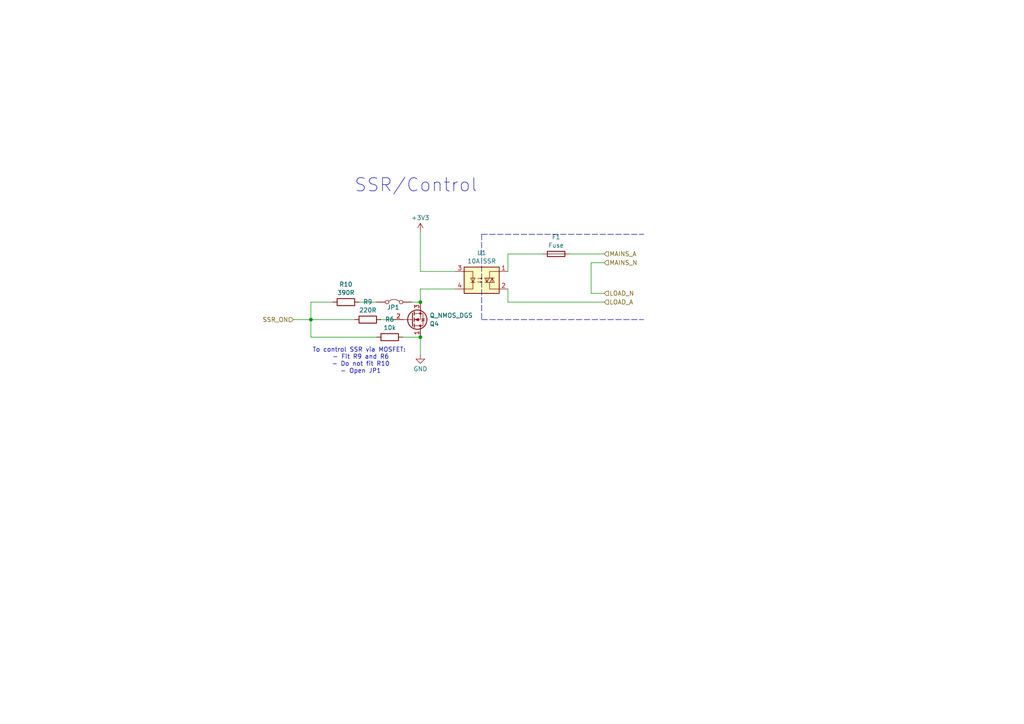
<source format=kicad_sch>
(kicad_sch (version 20231120) (generator "eeschema") (generator_version "8.0")
  (paper "A4")
  (lib_symbols
    (symbol "Device:Fuse" (pin_numbers hide) (pin_names (offset 0))
      (property "Reference" "F" (at 2.032 0 90))
      (property "Value" "Fuse" (at -1.905 0 90))
      (symbol "Fuse_0_1"
        (rectangle (start -0.762 -2.54) (end 0.762 2.54) (stroke (width 0.254)))
        (polyline (pts (xy 0 2.54) (xy 0 -2.54)))
      )
      (symbol "Fuse_1_1"
        (pin passive line (at 0 3.81 270) (length 1.27) (name "~") (number "1"))
        (pin passive line (at 0 -3.81 90) (length 1.27) (name "~") (number "2"))
      )
    )
    (symbol "Device:Q_NMOS_DGS" (pin_names (offset 0) hide)
      (property "Reference" "Q" (at 5.08 1.27 0))
      (property "Value" "Q_NMOS_DGS" (at 5.08 -1.27 0))
      (symbol "Q_NMOS_DGS_0_1"
        (polyline (pts (xy 0.254 0) (xy -2.54 0)))
        (polyline (pts (xy 0.254 1.905) (xy 0.254 -1.905)) (stroke (width 0.254)))
        (polyline (pts (xy 0.762 -1.27) (xy 0.762 -2.286)) (stroke (width 0.254)))
        (polyline (pts (xy 0.762 0.508) (xy 0.762 -0.508)) (stroke (width 0.254)))
        (polyline (pts (xy 0.762 2.286) (xy 0.762 1.27)) (stroke (width 0.254)))
        (polyline (pts (xy 2.54 2.54) (xy 2.54 1.778)))
        (polyline (pts (xy 2.54 -2.54) (xy 2.54 0) (xy 0.762 0)))
        (polyline (pts (xy 0.762 -1.778) (xy 3.302 -1.778) (xy 3.302 1.778) (xy 0.762 1.778)))
        (polyline (pts (xy 1.016 0) (xy 2.032 0.381) (xy 2.032 -0.381) (xy 1.016 0)) (fill (type outline)))
        (polyline (pts (xy 2.794 0.508) (xy 2.921 0.381) (xy 3.683 0.381) (xy 3.81 0.254)))
        (polyline (pts (xy 3.302 0.381) (xy 2.921 -0.254) (xy 3.683 -0.254) (xy 3.302 0.381)))
        (circle (center 1.651 0) (radius 2.794) (stroke (width 0.254)))
        (circle (center 2.54 -1.778) (radius 0.254) (fill (type outline)))
        (circle (center 2.54 1.778) (radius 0.254) (fill (type outline)))
      )
      (symbol "Q_NMOS_DGS_1_1"
        (pin passive line (at 2.54 5.08 270) (length 2.54) (name "D") (number "1"))
        (pin input line (at -5.08 0 0) (length 2.54) (name "G") (number "2"))
        (pin passive line (at 2.54 -5.08 90) (length 2.54) (name "S") (number "3"))
      )
    )
    (symbol "Device:R" (pin_numbers hide) (pin_names (offset 0))
      (property "Reference" "R" (at 2.032 0 90))
      (property "Value" "R" (at 0 0 90))
      (symbol "R_0_1"
        (rectangle (start -1.016 -2.54) (end 1.016 2.54) (stroke (width 0.254)))
      )
      (symbol "R_1_1"
        (pin passive line (at 0 3.81 270) (length 1.27) (name "~") (number "1"))
        (pin passive line (at 0 -3.81 90) (length 1.27) (name "~") (number "2"))
      )
    )
    (symbol "Jumper:Jumper_2_Bridged" (pin_numbers hide) (pin_names (offset 0) hide) (exclude_from_sim yes)
      (property "Reference" "JP" (at 0 1.905 0))
      (property "Value" "Jumper_2_Bridged" (at 0 -2.54 0))
      (symbol "Jumper_2_Bridged_0_0"
        (circle (center -2.032 0) (radius 0.508))
        (circle (center 2.032 0) (radius 0.508))
      )
      (symbol "Jumper_2_Bridged_0_1"
        (arc (start 1.524 0.254) (mid 0 0.762) (end -1.524 0.254))
      )
      (symbol "Jumper_2_Bridged_1_1"
        (pin passive line (at -5.08 0 0) (length 2.54) (name "A") (number "1"))
        (pin passive line (at 5.08 0 180) (length 2.54) (name "B") (number "2"))
      )
    )
    (symbol "Relay_SolidState:S202S01"
      (property "Reference" "U" (at -5.08 5.08 0))
      (property "Value" "S202S01" (at 0 5.08 0))
      (symbol "S202S01_0_1"
        (rectangle (start -5.08 3.81) (end 5.08 -3.81) (stroke (width 0.254)) (fill (type background)))
        (polyline (pts (xy -3.175 -0.635) (xy -1.905 -0.635)))
        (polyline (pts (xy 1.524 -0.635) (xy 1.524 0.635)))
        (polyline (pts (xy 3.048 0.635) (xy 3.048 -0.635)))
        (polyline (pts (xy 2.286 -0.635) (xy 2.286 -2.54) (xy 5.08 -2.54)))
        (polyline (pts (xy 2.286 0.635) (xy 2.286 2.54) (xy 5.08 2.54)))
        (polyline (pts (xy -5.08 2.54) (xy -2.54 2.54) (xy -2.54 -2.54) (xy -5.08 -2.54)))
        (polyline (pts (xy -2.54 -0.635) (xy -3.175 0.635) (xy -1.905 0.635) (xy -2.54 -0.635)))
        (polyline (pts (xy 0.889 -0.635) (xy 3.683 -0.635) (xy 3.048 0.635) (xy 2.413 -0.635)))
        (polyline (pts (xy 3.683 0.635) (xy 0.889 0.635) (xy 1.524 -0.635) (xy 2.159 0.635)))
        (polyline (pts (xy -1.143 -0.508) (xy 0.127 -0.508) (xy -0.254 -0.635) (xy -0.254 -0.381) (xy 0.127 -0.508)))
        (polyline (pts (xy -1.143 0.508) (xy 0.127 0.508) (xy -0.254 0.381) (xy -0.254 0.635) (xy 0.127 0.508)))
      )
      (symbol "S202S01_1_1"
        (pin passive line (at 7.62 2.54 180) (length 2.54) (name "~") (number "1"))
        (pin passive line (at 7.62 -2.54 180) (length 2.54) (name "~") (number "2"))
        (pin passive line (at -7.62 2.54 0) (length 2.54) (name "~") (number "3"))
        (pin passive line (at -7.62 -2.54 0) (length 2.54) (name "~") (number "4"))
      )
    )
    (symbol "power:+3V3" (power) (pin_numbers hide) (pin_names (offset 0) hide)
      (property "Value" "+3V3" (at 0 3.556 0))
      (symbol "+3V3_0_1"
        (polyline (pts (xy -0.762 1.27) (xy 0 2.54)))
        (polyline (pts (xy 0 0) (xy 0 2.54)))
        (polyline (pts (xy 0 2.54) (xy 0.762 1.27)))
      )
      (symbol "+3V3_1_1"
        (pin power_in line (at 0 0 90) (length 0) (name "~") (number "1"))
      )
    )
    (symbol "power:GND" (power) (pin_numbers hide) (pin_names (offset 0) hide)
      (property "Value" "GND" (at 0 -3.81 0))
      (symbol "GND_0_1"
        (polyline (pts (xy 0 0) (xy 0 -1.27) (xy 1.27 -1.27) (xy 0 -2.54) (xy -1.27 -1.27) (xy 0 -1.27)))
      )
      (symbol "GND_1_1"
        (pin power_in line (at 0 0 270) (length 0) (name "~") (number "1"))
      )
    )
  )
  (junction (at 90.17 92.71))
  (junction (at 121.92 87.63))
  (junction (at 121.92 97.79))
  (wire (pts (xy 121.92 83.82) (xy 121.92 87.63)))
  (wire (pts (xy 171.45 85.09) (xy 171.45 76.2)))
  (wire (pts (xy 90.17 92.71) (xy 90.17 97.79)))
  (wire (pts (xy 147.32 87.63) (xy 175.26 87.63)))
  (wire (pts (xy 90.17 87.63) (xy 90.17 92.71)))
  (wire (pts (xy 90.17 87.63) (xy 96.52 87.63)))
  (wire (pts (xy 104.14 87.63) (xy 109.22 87.63)))
  (wire (pts (xy 121.92 95.25) (xy 121.92 97.79)))
  (wire (pts (xy 147.32 87.63) (xy 147.32 83.82)))
  (wire (pts (xy 90.17 92.71) (xy 102.87 92.71)))
  (polyline (pts (xy 139.7 92.71) (xy 186.69 92.71)) (stroke (width 0) (type dash)))
  (wire (pts (xy 121.92 67.31) (xy 121.92 78.74)))
  (polyline (pts (xy 139.7 67.945) (xy 139.7 92.71)) (stroke (width 0) (type dash)))
  (wire (pts (xy 175.26 85.09) (xy 171.45 85.09)))
  (wire (pts (xy 121.92 83.82) (xy 132.08 83.82)))
  (wire (pts (xy 147.32 73.66) (xy 147.32 78.74)))
  (wire (pts (xy 110.49 92.71) (xy 114.3 92.71)))
  (wire (pts (xy 90.17 97.79) (xy 109.22 97.79)))
  (wire (pts (xy 121.92 78.74) (xy 132.08 78.74)))
  (wire (pts (xy 175.26 73.66) (xy 165.1 73.66)))
  (polyline (pts (xy 139.7 67.945) (xy 186.69 67.945)) (stroke (width 0) (type dash)))
  (wire (pts (xy 116.84 97.79) (xy 121.92 97.79)))
  (wire (pts (xy 85.09 92.71) (xy 90.17 92.71)))
  (wire (pts (xy 121.92 97.79) (xy 121.92 102.87)))
  (wire (pts (xy 119.38 87.63) (xy 121.92 87.63)))
  (wire (pts (xy 157.48 73.66) (xy 147.32 73.66)))
  (wire (pts (xy 171.45 76.2) (xy 175.26 76.2)))
  (text "SSR/Control" (at 120.65 53.848 0) (effects (font (size 3.81 3.81))))
  (text "To control SSR via MOSFET:\n - Fit R9 and R6\n - Do not fit R10\n - Open JP1" (at 104.14 104.648 0) (effects (font (size 1.27 1.27))))
  (hierarchical_label "LOAD_A" (shape input) (at 175.26 87.63 0))
  (hierarchical_label "LOAD_N" (shape input) (at 175.26 85.09 0))
  (hierarchical_label "SSR_ON" (shape input) (at 85.09 92.71 180))
  (hierarchical_label "MAINS_N" (shape input) (at 175.26 76.2 0))
  (hierarchical_label "MAINS_A" (shape input) (at 175.26 73.66 0))
  (symbol (lib_id "Device:Q_NMOS_DGS") (at 119.38 92.71 0) (mirror x) (unit 1)
    (property "Reference" "Q4" (at 124.587 93.9222 0) (effects (justify left)))
    (property "Value" "Q_NMOS_DGS" (at 124.587 91.4979 0) (effects (justify left)))
    (property "Description" "N-MOSFET transistor, drain/gate/source" (effects (hide yes)))
    (instances (project "board-burner" (path "" (reference "Q4") (unit 1)) (path "" (reference "Q5") (unit 1)) (path "" (reference "Q6") (unit 1))))
  )
  (symbol (lib_id "Device:R") (at 106.68 92.71 90) (unit 1)
    (property "Reference" "R9" (at 106.68 87.5495 90))
    (property "Value" "220R" (at 106.68 89.9738 90))
    (property "Description" "Resistor" (effects (hide yes)))
    (instances (project "board-burner" (path "" (reference "R9") (unit 1)) (path "" (reference "R8") (unit 1)) (path "" (reference "R13") (unit 1))))
  )
  (symbol (lib_id "Device:R") (at 100.33 87.63 90) (unit 1)
    (property "Reference" "R10" (at 100.33 82.4695 90))
    (property "Value" "390R" (at 100.33 84.8938 90))
    (property "Description" "Resistor" (effects (hide yes)))
    (instances (project "board-burner" (path "" (reference "R10") (unit 1)) (path "" (reference "R7") (unit 1)) (path "" (reference "R12") (unit 1))))
  )
  (symbol (lib_id "power:GND") (at 121.92 102.87 0) (unit 1)
    (property "Reference" "#PWR030" (effects (hide yes)))
    (property "Value" "GND" (at 121.92 107.0031 0))
    (property "Description" "Power symbol creates a global label with name \"GND\" , ground" (effects (hide yes)))
    (instances (project "board-burner" (path "" (reference "#PWR030") (unit 1)) (path "" (reference "#PWR032") (unit 1)) (path "" (reference "#PWR035") (unit 1))))
  )
  (symbol (lib_id "Relay_SolidState:S202S01") (at 139.7 81.28 0) (unit 1)
    (property "Reference" "U1" (at 139.7 73.3255 0))
    (property "Value" "10A SSR" (at 139.7 75.7498 0))
    (property "Footprint" "Package_SIP:SIP4_Sharp-SSR_P7.62mm_Straight" (effects (hide yes)))
    (property "Datasheet" "http://www.sharp-world.com/products/device/lineup/data/pdf/datasheet/s102s01_e.pdf" (effects (hide yes)))
    (property "Description" "Random Phase Opto-Triac, Vdrm 600V, Ift 8mA, IT 8A" (effects (hide yes)))
    (instances (project "board-burner" (path "" (reference "U1") (unit 1)) (path "" (reference "U5") (unit 1)) (path "" (reference "U6") (unit 1))))
  )
  (symbol (lib_id "Device:R") (at 113.03 97.79 90) (unit 1)
    (property "Reference" "R6" (at 113.03 92.6295 90))
    (property "Value" "10k" (at 113.03 95.0538 90))
    (property "Description" "Resistor" (effects (hide yes)))
    (instances (project "board-burner" (path "" (reference "R6") (unit 1)) (path "" (reference "R11") (unit 1)) (path "" (reference "R14") (unit 1))))
  )
  (symbol (lib_id "Device:Fuse") (at 161.29 73.66 90) (unit 1)
    (property "Reference" "F1" (at 161.29 68.7535 90))
    (property "Value" "Fuse" (at 161.29 71.1778 90))
    (property "Description" "Fuse" (effects (hide yes)))
    (instances (project "board-burner" (path "" (reference "F1") (unit 1)) (path "" (reference "F2") (unit 1)) (path "" (reference "F3") (unit 1))))
  )
  (symbol (lib_id "power:+3V3") (at 121.92 67.31 0) (unit 1)
    (property "Reference" "#PWR023" (effects (hide yes)))
    (property "Value" "+3V3" (at 121.92 63.1769 0))
    (property "Description" "Power symbol creates a global label with name \"+3V3\"" (effects (hide yes)))
    (instances (project "board-burner" (path "" (reference "#PWR023") (unit 1)) (path "" (reference "#PWR031") (unit 1)) (path "" (reference "#PWR034") (unit 1))))
  )
  (symbol (lib_id "Jumper:Jumper_2_Bridged") (at 114.3 87.63 0) (unit 1) (exclude_from_sim yes)
    (property "Reference" "JP1" (at 114.046 89.154 0))
    (property "Value" "Jumper_2_Bridged" (effects (hide yes)))
    (property "Description" "Jumper, 2-pole, closed/bridged" (effects (hide yes)))
    (instances (project "board-burner" (path "" (reference "JP1") (unit 1)) (path "" (reference "JP2") (unit 1)) (path "" (reference "JP3") (unit 1))))
  )
)
</source>
